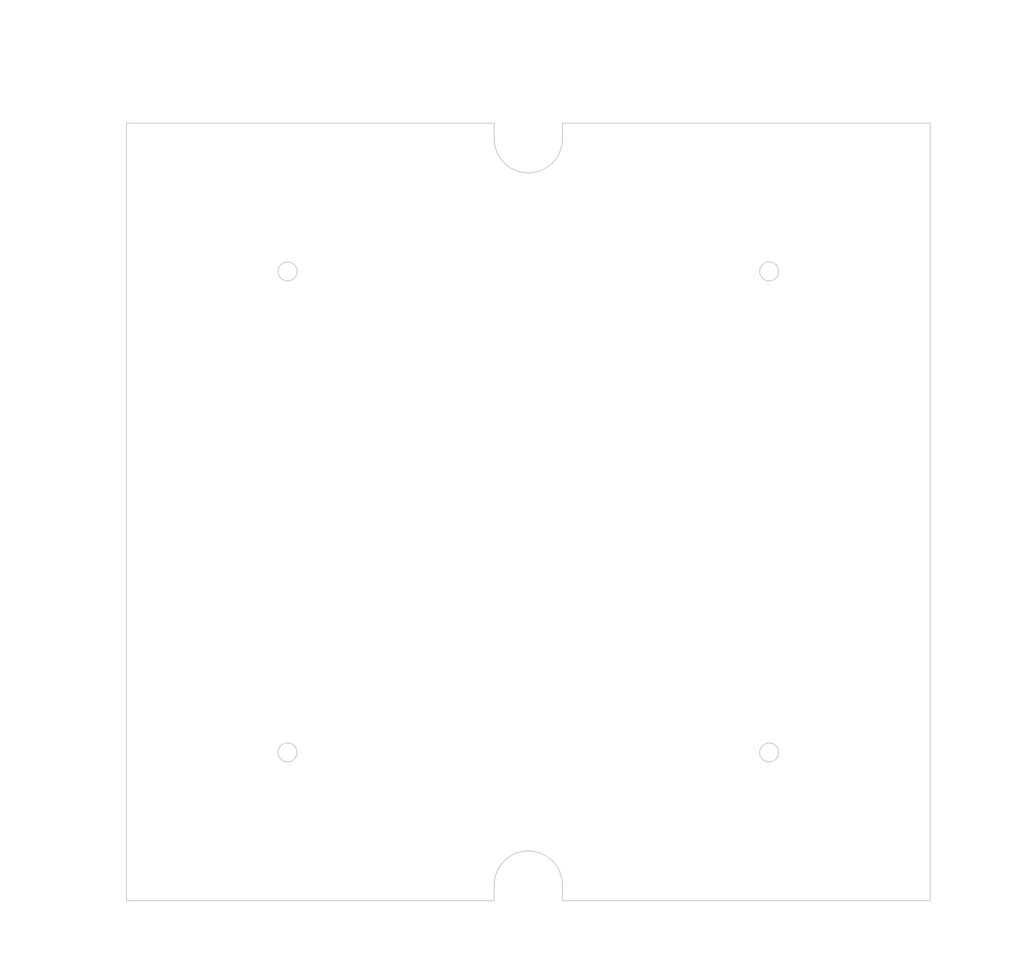
<source format=kicad_pcb>
(kicad_pcb (version 20171130) (host pcbnew "(5.1.0)-1")

  (general
    (thickness 1.6)
    (drawings 75)
    (tracks 0)
    (zones 0)
    (modules 0)
    (nets 1)
  )

  (page A3)
  (layers
    (0 F.Cu signal)
    (31 B.Cu signal)
    (32 B.Adhes user)
    (33 F.Adhes user)
    (34 B.Paste user)
    (35 F.Paste user)
    (36 B.SilkS user)
    (37 F.SilkS user)
    (38 B.Mask user)
    (39 F.Mask user)
    (40 Dwgs.User user)
    (41 Cmts.User user)
    (42 Eco1.User user)
    (43 Eco2.User user)
    (44 Edge.Cuts user)
    (45 Margin user)
    (46 B.CrtYd user)
    (47 F.CrtYd user)
    (48 B.Fab user)
    (49 F.Fab user)
  )

  (setup
    (last_trace_width 0.25)
    (trace_clearance 0.2)
    (zone_clearance 0.508)
    (zone_45_only no)
    (trace_min 0.2)
    (via_size 0.8)
    (via_drill 0.4)
    (via_min_size 0.4)
    (via_min_drill 0.3)
    (uvia_size 0.3)
    (uvia_drill 0.1)
    (uvias_allowed no)
    (uvia_min_size 0.2)
    (uvia_min_drill 0.1)
    (edge_width 0.05)
    (segment_width 0.2)
    (pcb_text_width 0.3)
    (pcb_text_size 1.5 1.5)
    (mod_edge_width 0.12)
    (mod_text_size 1 1)
    (mod_text_width 0.15)
    (pad_size 1.524 1.524)
    (pad_drill 0.762)
    (pad_to_mask_clearance 0.051)
    (solder_mask_min_width 0.25)
    (aux_axis_origin 0 0)
    (visible_elements FFFFFF7F)
    (pcbplotparams
      (layerselection 0x010fc_ffffffff)
      (usegerberextensions false)
      (usegerberattributes false)
      (usegerberadvancedattributes false)
      (creategerberjobfile false)
      (excludeedgelayer true)
      (linewidth 0.152400)
      (plotframeref false)
      (viasonmask false)
      (mode 1)
      (useauxorigin false)
      (hpglpennumber 1)
      (hpglpenspeed 20)
      (hpglpendiameter 15.000000)
      (psnegative false)
      (psa4output false)
      (plotreference true)
      (plotvalue true)
      (plotinvisibletext false)
      (padsonsilk false)
      (subtractmaskfromsilk false)
      (outputformat 1)
      (mirror false)
      (drillshape 1)
      (scaleselection 1)
      (outputdirectory ""))
  )

  (net 0 "")

  (net_class Default "This is the default net class."
    (clearance 0.2)
    (trace_width 0.25)
    (via_dia 0.8)
    (via_drill 0.4)
    (uvia_dia 0.3)
    (uvia_drill 0.1)
  )

  (gr_line (start 141.30392 222.405696) (end 141.30392 78.825601) (layer Edge.Cuts) (width 0.2))
  (gr_line (start 209.224682 222.405696) (end 141.30392 222.405696) (layer Edge.Cuts) (width 0.2))
  (gr_line (start 209.224682 219.538853) (end 209.224682 222.405696) (layer Edge.Cuts) (width 0.2))
  (gr_arc (start 215.52392 219.538853) (end 221.823157 219.538853) (angle -180) (layer Edge.Cuts) (width 0.2))
  (gr_line (start 221.823157 222.405696) (end 221.823157 219.538853) (layer Edge.Cuts) (width 0.2))
  (gr_line (start 289.74392 222.405696) (end 221.823157 222.405696) (layer Edge.Cuts) (width 0.2))
  (gr_line (start 289.74392 78.825601) (end 289.74392 222.405696) (layer Edge.Cuts) (width 0.2))
  (gr_line (start 221.823157 78.825601) (end 289.74392 78.825601) (layer Edge.Cuts) (width 0.2))
  (gr_line (start 221.823157 81.692444) (end 221.823157 78.825601) (layer Edge.Cuts) (width 0.2))
  (gr_arc (start 215.52392 81.692444) (end 209.224682 81.692444) (angle -180) (layer Edge.Cuts) (width 0.2))
  (gr_line (start 209.224682 78.825601) (end 209.224682 81.692444) (layer Edge.Cuts) (width 0.2))
  (gr_line (start 141.30392 78.825601) (end 209.224682 78.825601) (layer Edge.Cuts) (width 0.2))
  (gr_circle (center 171.04892 106.200648) (end 172.80152 106.200648) (layer Edge.Cuts) (width 0.2))
  (gr_circle (center 259.99892 106.200648) (end 261.75152 106.200648) (layer Edge.Cuts) (width 0.2))
  (gr_circle (center 171.04892 195.030648) (end 172.80152 195.030648) (layer Edge.Cuts) (width 0.2))
  (gr_circle (center 259.99892 195.030648) (end 261.75152 195.030648) (layer Edge.Cuts) (width 0.2))
  (gr_line (start 259.99892 106.290648) (end 259.99892 106.110648) (layer Dwgs.User) (width 0.2))
  (gr_line (start 259.90892 106.200648) (end 260.08892 106.200648) (layer Dwgs.User) (width 0.2))
  (gr_text " ∅3.51\n[∅0.14]" (at 302.29575 129.229443) (layer Dwgs.User)
    (effects (font (size 1.7 1.53) (thickness 0.2125)))
  )
  (gr_line (start 295.758881 129.229443) (end 263.15391 108.232407) (layer Dwgs.User) (width 0.2))
  (gr_line (start 297.758881 129.229443) (end 295.758881 129.229443) (layer Dwgs.User) (width 0.2))
  (gr_text [1.08] (at 135.300892 210.607633) (layer Dwgs.User)
    (effects (font (size 1.7 1.53) (thickness 0.2125)))
  )
  (gr_text " 27.38" (at 135.300892 207.049618) (layer Dwgs.User)
    (effects (font (size 1.7 1.53) (thickness 0.2125)))
  )
  (gr_line (start 135.300892 220.405696) (end 135.300892 212.276187) (layer Dwgs.User) (width 0.2))
  (gr_line (start 135.300892 197.030648) (end 135.300892 205.160157) (layer Dwgs.User) (width 0.2))
  (gr_line (start 140.30392 222.405696) (end 132.125892 222.405696) (layer Dwgs.User) (width 0.2))
  (gr_line (start 170.04892 195.030648) (end 132.125892 195.030648) (layer Dwgs.User) (width 0.2))
  (gr_text [1.17] (at 156.17642 230.92011) (layer Dwgs.User)
    (effects (font (size 1.7 1.53) (thickness 0.2125)))
  )
  (gr_text " 29.74" (at 156.17642 227.362674) (layer Dwgs.User)
    (effects (font (size 1.7 1.53) (thickness 0.2125)))
  )
  (gr_line (start 143.30392 229.030648) (end 152.132388 229.030648) (layer Dwgs.User) (width 0.2))
  (gr_line (start 169.04892 229.030648) (end 160.220451 229.030648) (layer Dwgs.User) (width 0.2))
  (gr_line (start 141.30392 223.405696) (end 141.30392 232.205648) (layer Dwgs.User) (width 0.2))
  (gr_line (start 171.04892 196.030648) (end 171.04892 232.205648) (layer Dwgs.User) (width 0.2))
  (gr_text [3.50] (at 215.52392 230.92011) (layer Dwgs.User)
    (effects (font (size 1.7 1.53) (thickness 0.2125)))
  )
  (gr_text " 88.95" (at 215.52392 227.362674) (layer Dwgs.User)
    (effects (font (size 1.7 1.53) (thickness 0.2125)))
  )
  (gr_line (start 173.04892 229.030648) (end 211.470031 229.030648) (layer Dwgs.User) (width 0.2))
  (gr_line (start 257.99892 229.030648) (end 219.577808 229.030648) (layer Dwgs.User) (width 0.2))
  (gr_line (start 171.04892 196.030648) (end 171.04892 232.205648) (layer Dwgs.User) (width 0.2))
  (gr_line (start 259.99892 196.030648) (end 259.99892 232.205648) (layer Dwgs.User) (width 0.2))
  (gr_text [3.50] (at 135.300892 152.50511) (layer Dwgs.User)
    (effects (font (size 1.7 1.53) (thickness 0.2125)))
  )
  (gr_text " 88.83" (at 135.300892 148.947095) (layer Dwgs.User)
    (effects (font (size 1.7 1.53) (thickness 0.2125)))
  )
  (gr_line (start 135.300892 193.030648) (end 135.300892 154.173664) (layer Dwgs.User) (width 0.2))
  (gr_line (start 135.300892 108.200648) (end 135.300892 147.057633) (layer Dwgs.User) (width 0.2))
  (gr_line (start 170.04892 195.030648) (end 132.125892 195.030648) (layer Dwgs.User) (width 0.2))
  (gr_line (start 170.04892 106.200648) (end 132.125892 106.200648) (layer Dwgs.User) (width 0.2))
  (gr_text [.36] (at 242.30257 74.74273) (layer Dwgs.User)
    (effects (font (size 1.7 1.53) (thickness 0.2125)))
  )
  (gr_text " 9.17" (at 242.30257 71.185295) (layer Dwgs.User)
    (effects (font (size 1.7 1.53) (thickness 0.2125)))
  )
  (gr_line (start 236.915463 72.853269) (end 238.915463 72.853269) (layer Dwgs.User) (width 0.2))
  (gr_line (start 236.915463 78.825601) (end 236.915463 72.853269) (layer Dwgs.User) (width 0.2))
  (gr_line (start 236.915463 85.991682) (end 236.915463 80.825601) (layer Dwgs.User) (width 0.2))
  (gr_line (start 216.52392 87.991682) (end 240.090463 87.991682) (layer Dwgs.User) (width 0.2))
  (gr_text [.50] (at 228.678855 75.392094) (layer Dwgs.User)
    (effects (font (size 1.7 1.53) (thickness 0.2125)))
  )
  (gr_text " 12.60" (at 228.678855 71.834658) (layer Dwgs.User)
    (effects (font (size 1.7 1.53) (thickness 0.2125)))
  )
  (gr_line (start 221.823157 73.502632) (end 224.634244 73.502632) (layer Dwgs.User) (width 0.2))
  (gr_line (start 211.224682 73.502632) (end 219.823157 73.502632) (layer Dwgs.User) (width 0.2))
  (gr_line (start 209.224682 77.825601) (end 209.224682 70.327632) (layer Dwgs.User) (width 0.2))
  (gr_line (start 221.823157 77.825601) (end 221.823157 70.327632) (layer Dwgs.User) (width 0.2))
  (gr_text [2.67] (at 175.264301 70.715063) (layer Dwgs.User)
    (effects (font (size 1.7 1.53) (thickness 0.2125)))
  )
  (gr_text " 67.92" (at 175.264301 67.157627) (layer Dwgs.User)
    (effects (font (size 1.7 1.53) (thickness 0.2125)))
  )
  (gr_line (start 207.224682 68.825601) (end 179.303114 68.825601) (layer Dwgs.User) (width 0.2))
  (gr_line (start 143.30392 68.825601) (end 171.225488 68.825601) (layer Dwgs.User) (width 0.2))
  (gr_line (start 209.224682 77.825601) (end 209.224682 65.650601) (layer Dwgs.User) (width 0.2))
  (gr_line (start 141.30392 77.825601) (end 141.30392 65.650601) (layer Dwgs.User) (width 0.2))
  (gr_text [5.84] (at 215.52392 61.230634) (layer Dwgs.User)
    (effects (font (size 1.7 1.53) (thickness 0.2125)))
  )
  (gr_text " 148.44" (at 215.52392 57.673199) (layer Dwgs.User)
    (effects (font (size 1.7 1.53) (thickness 0.2125)))
  )
  (gr_line (start 143.30392 59.341173) (end 210.819486 59.341173) (layer Dwgs.User) (width 0.2))
  (gr_line (start 287.74392 59.341173) (end 220.228354 59.341173) (layer Dwgs.User) (width 0.2))
  (gr_line (start 141.30392 77.825601) (end 141.30392 56.166173) (layer Dwgs.User) (width 0.2))
  (gr_line (start 289.74392 77.825601) (end 289.74392 56.166173) (layer Dwgs.User) (width 0.2))
  (gr_text [5.65] (at 122.697629 152.50511) (layer Dwgs.User)
    (effects (font (size 1.7 1.53) (thickness 0.2125)))
  )
  (gr_text " 143.58" (at 122.697629 148.947095) (layer Dwgs.User)
    (effects (font (size 1.7 1.53) (thickness 0.2125)))
  )
  (gr_line (start 122.697629 80.825601) (end 122.697629 147.057633) (layer Dwgs.User) (width 0.2))
  (gr_line (start 122.697629 220.405696) (end 122.697629 154.173664) (layer Dwgs.User) (width 0.2))
  (gr_line (start 140.30392 78.825601) (end 119.522629 78.825601) (layer Dwgs.User) (width 0.2))
  (gr_line (start 140.30392 222.405696) (end 119.522629 222.405696) (layer Dwgs.User) (width 0.2))

)

</source>
